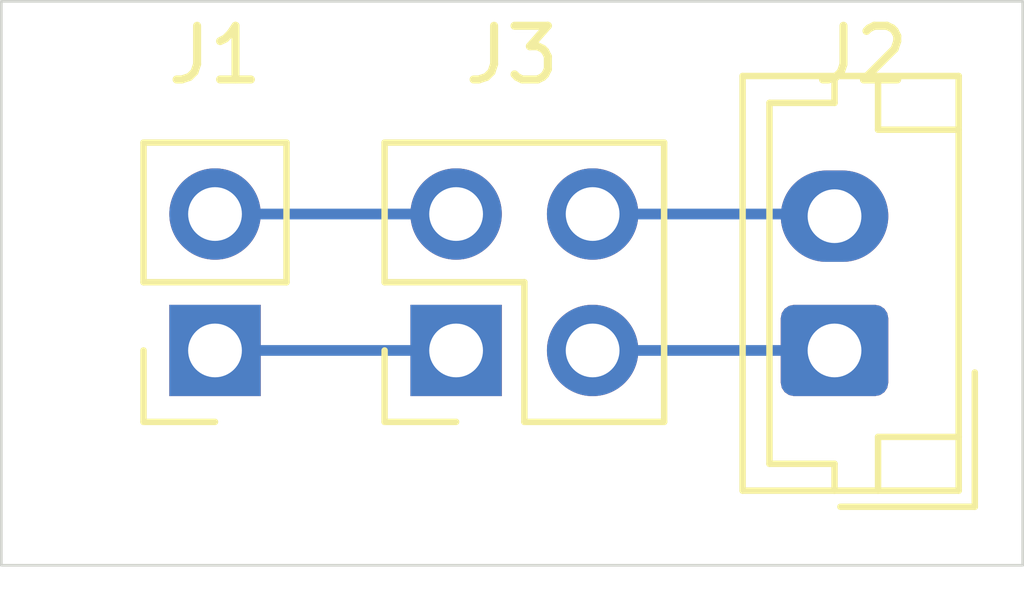
<source format=kicad_pcb>
(kicad_pcb (version 20240108) (generator "pcbnew") (generator_version "8.0")
  (layers (0 "F.Cu" signal) (31 "B.Cu" signal) (34 "B.Paste" user) (35 "F.Paste" user) (36 "B.SilkS" user "B.Silkscreen") (37 "F.SilkS" user "F.Silkscreen") (38 "B.Mask" user) (39 "F.Mask" user) (44 "Edge.Cuts" user))
  (net 0 "")
  (net 1 "OU1")
  (net 2 "OU2")
  (net 3 "M-")
  (net 4 "M+")
  (footprint "Connector_PinSocket_2.54mm:PinSocket_1x02_P2.54mm_Vertical" (layer "F.Cu") (at 132.975 65.5 180)
    (property "Reference" "J1" (at 0 5.5 360) (layer "F.SilkS"))
    (property "Value" "ARDUINO")
    (fp_line (start 1.33 1.27) (end 1.33 3.87) (stroke (width 0.12)) (layer "F.SilkS"))
    (fp_line (start 1.33 -1.33) (end 1.33 0) (stroke (width 0.12)) (layer "F.SilkS"))
    (fp_line (start 0 -1.33) (end 1.33 -1.33) (stroke (width 0.12)) (layer "F.SilkS"))
    (fp_line (start -1.33 3.87) (end 1.33 3.87) (stroke (width 0.12)) (layer "F.SilkS"))
    (fp_line (start -1.33 1.27) (end 1.33 1.27) (stroke (width 0.12)) (layer "F.SilkS"))
    (fp_line (start -1.33 1.27) (end -1.33 3.87) (stroke (width 0.12)) (layer "F.SilkS"))
    (pad "1" thru_hole rect (at 0 0 180) (size 1.7 1.7) (drill 1) (layers "*.Cu" "*.Mask") (net 2 "OU2"))
    (pad "2" thru_hole oval (at 0 2.54 180) (size 1.7 1.7) (drill 1) (layers "*.Cu" "*.Mask") (net 1 "OU1"))
  )
  (footprint "Connector_JST:JST_EH_B2B-EH-A_1x02_P2.50mm_Vertical" (layer "F.Cu") (at 144.5 65.5 90)
    (property "Reference" "J2" (at 5.5 0.5 180) (layer "F.SilkS"))
    (property "Value" "MOTOR")
    (fp_line (start 5.11 -1.71) (end -2.61 -1.71) (stroke (width 0.12)) (layer "F.SilkS"))
    (fp_line (start -2.61 -1.71) (end -2.61 2.31) (stroke (width 0.12)) (layer "F.SilkS"))
    (fp_line (start 4.61 -1.21) (end 4.61 0) (stroke (width 0.12)) (layer "F.SilkS"))
    (fp_line (start -2.11 -1.21) (end 4.61 -1.21) (stroke (width 0.12)) (layer "F.SilkS"))
    (fp_line (start 4.61 0) (end 5.11 0) (stroke (width 0.12)) (layer "F.SilkS"))
    (fp_line (start -2.11 0) (end -2.11 -1.21) (stroke (width 0.12)) (layer "F.SilkS"))
    (fp_line (start -2.61 0) (end -2.11 0) (stroke (width 0.12)) (layer "F.SilkS"))
    (fp_line (start -2.91 0.11) (end -2.91 2.61) (stroke (width 0.12)) (layer "F.SilkS"))
    (fp_line (start 5.11 0.81) (end 4.11 0.81) (stroke (width 0.12)) (layer "F.SilkS"))
    (fp_line (start 4.11 0.81) (end 4.11 2.31) (stroke (width 0.12)) (layer "F.SilkS"))
    (fp_line (start -1.61 0.81) (end -1.61 2.31) (stroke (width 0.12)) (layer "F.SilkS"))
    (fp_line (start -2.61 0.81) (end -1.61 0.81) (stroke (width 0.12)) (layer "F.SilkS"))
    (fp_line (start 5.11 2.31) (end 5.11 -1.71) (stroke (width 0.12)) (layer "F.SilkS"))
    (fp_line (start -2.61 2.31) (end 5.11 2.31) (stroke (width 0.12)) (layer "F.SilkS"))
    (fp_line (start -2.91 2.61) (end -0.41 2.61) (stroke (width 0.12)) (layer "F.SilkS"))
    (pad "1" thru_hole roundrect (at 0 0 90) (size 1.7 2) (drill 1) (layers "*.Cu" "*.Mask") (roundrect_rratio 0.147059) (net 4 "M+"))
    (pad "2" thru_hole oval (at 2.5 0 90) (size 1.7 2) (drill 1) (layers "*.Cu" "*.Mask") (net 3 "M-"))
  )
  (footprint "Connector_PinHeader_2.54mm:PinHeader_2x02_P2.54mm_Vertical" (layer "F.Cu") (at 137.46 65.5 90)
    (property "Reference" "J3" (at 5.5 1.04 180) (layer "F.SilkS"))
    (property "Value" "M_DRIVER")
    (fp_line (start 3.87 -1.33) (end 3.87 3.87) (stroke (width 0.12)) (layer "F.SilkS"))
    (fp_line (start 1.27 -1.33) (end 3.87 -1.33) (stroke (width 0.12)) (layer "F.SilkS"))
    (fp_line (start -1.33 -1.33) (end 0 -1.33) (stroke (width 0.12)) (layer "F.SilkS"))
    (fp_line (start -1.33 0) (end -1.33 -1.33) (stroke (width 0.12)) (layer "F.SilkS"))
    (fp_line (start 1.27 1.27) (end 1.27 -1.33) (stroke (width 0.12)) (layer "F.SilkS"))
    (fp_line (start -1.33 1.27) (end 1.27 1.27) (stroke (width 0.12)) (layer "F.SilkS"))
    (fp_line (start -1.33 1.27) (end -1.33 3.87) (stroke (width 0.12)) (layer "F.SilkS"))
    (fp_line (start -1.33 3.87) (end 3.87 3.87) (stroke (width 0.12)) (layer "F.SilkS"))
    (pad "1" thru_hole rect (at 0 0 90) (size 1.7 1.7) (drill 1) (layers "*.Cu" "*.Mask") (net 2 "OU2"))
    (pad "2" thru_hole oval (at 2.54 0 90) (size 1.7 1.7) (drill 1) (layers "*.Cu" "*.Mask") (net 1 "OU1"))
    (pad "3" thru_hole oval (at 0 2.54 90) (size 1.7 1.7) (drill 1) (layers "*.Cu" "*.Mask") (net 4 "M+"))
    (pad "4" thru_hole oval (at 2.54 2.54 90) (size 1.7 1.7) (drill 1) (layers "*.Cu" "*.Mask") (net 3 "M-"))
  )
  (gr_rect (start 129 59) (end 148 69.5) (stroke (width 0.05)) (fill none) (layer "Edge.Cuts"))
  (segment (start 132.975 62.96) (end 137.46 62.96) (width 0.2) (layer "B.Cu") (net 1))
  (segment (start 132.975 65.5) (end 137.46 65.5) (width 0.2) (layer "B.Cu") (net 2))
  (segment (start 144.46 62.96) (end 144.5 63) (width 0.2) (layer "B.Cu") (net 3))
  (segment (start 140 62.96) (end 144.46 62.96) (width 0.2) (layer "B.Cu") (net 3))
  (segment (start 140 65.5) (end 144.5 65.5) (width 0.2) (layer "B.Cu") (net 4))
)
</source>
